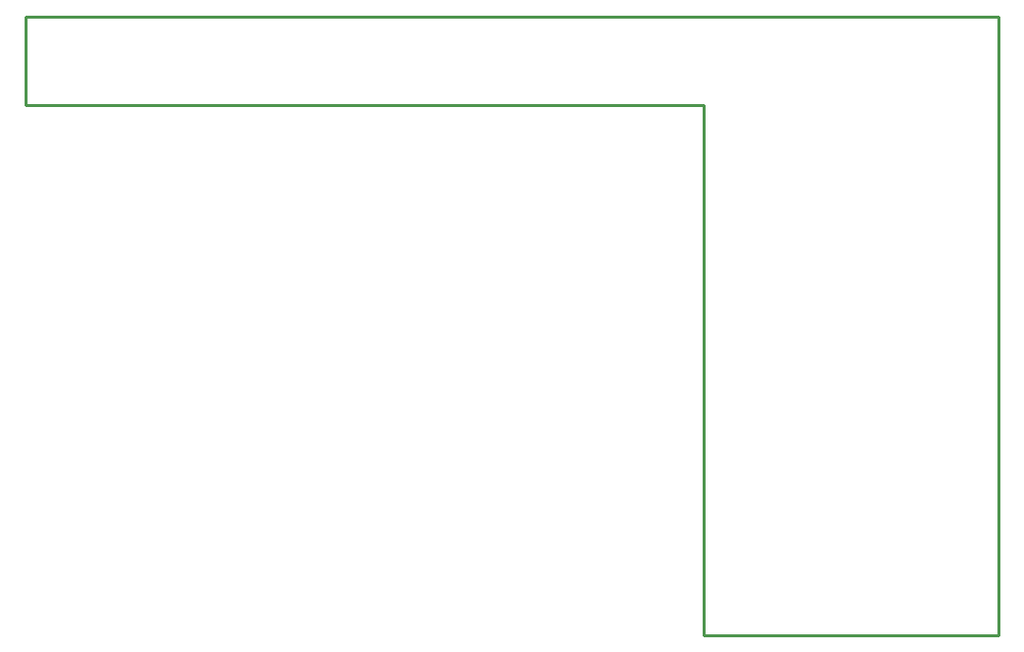
<source format=gko>
G04 Layer: BoardOutlineLayer*
G04 EasyEDA v6.5.3, 2022-05-11 10:11:48*
G04 0613da1d9abe436da45d8866ec44bb36,be635ba5e1a24524a6f9dddda72dafc0,10*
G04 Gerber Generator version 0.2*
G04 Scale: 100 percent, Rotated: No, Reflected: No *
G04 Dimensions in millimeters *
G04 leading zeros omitted , absolute positions ,4 integer and 5 decimal *
%FSLAX45Y45*%
%MOMM*%

%ADD10C,0.2540*%
D10*
X-90678000Y66040000D02*
G01*
X-90678000Y65786000D01*
X-90678000Y65278000D01*
X-87934800Y65278000D01*
X-85217000Y65278000D01*
X-84836000Y65278000D01*
X-84836000Y62306200D01*
X-84836000Y62230000D01*
X-84836000Y62128400D01*
X-84836000Y61982350D01*
X-84836000Y60706000D01*
X-82931000Y60706000D01*
X-82296000Y60706000D01*
X-82296000Y60960000D01*
X-82296000Y61468000D01*
X-82296000Y61976000D01*
X-82296000Y62738000D01*
X-82296000Y64008000D01*
X-82296000Y64770000D01*
X-82296000Y64770000D01*
X-82296000Y65024000D01*
X-82296000Y65278000D01*
X-82296000Y66040000D01*
X-83058000Y66040000D01*
X-90678000Y66040000D01*

%LPD*%
M02*

</source>
